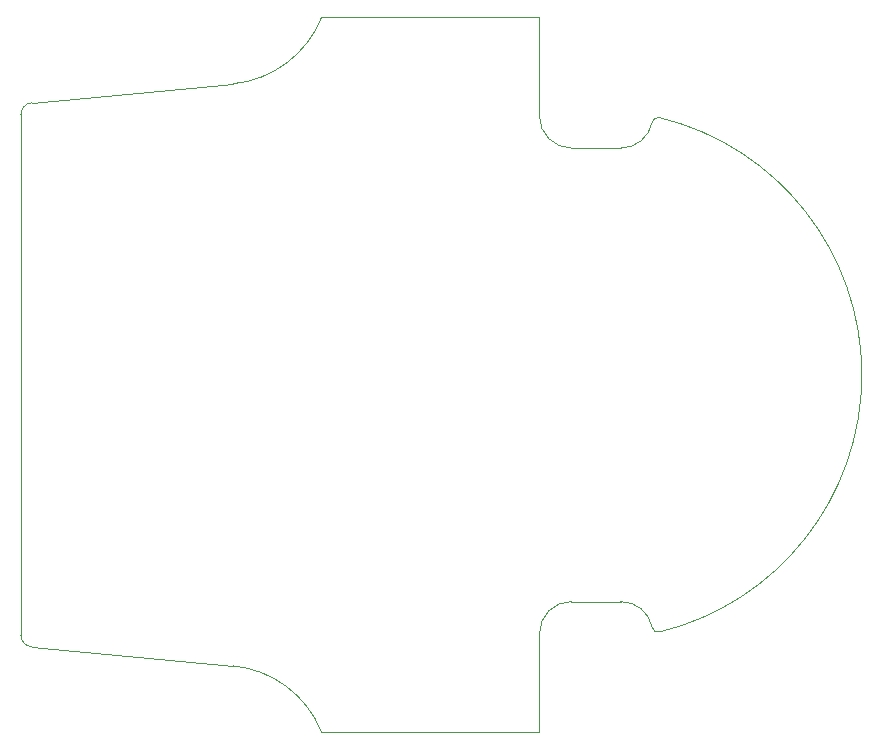
<source format=gbr>
%FSLAX36Y36*%
%MOMM*%
%LNBOARD_OUTLINE*%
%ADD10C,0.01*%
G54D10*
X-3093729Y7214330D02*
X13943559Y5610380D01*
G75*
G01X13943559Y5610380D02*
G02X21453290Y0I-843558J-8960374D01*
G01*
X21453290Y0D02*
X39900001Y0D01*
X39900001Y0D02*
X39900001Y8350000D01*
G75*
G01X39900001Y8350000D02*
G02X42599998Y11050000I2700001J-1D01*
G01*
X42599998Y11050000D02*
X46799999Y11050000D01*
G75*
G01X46799999Y11050000D02*
G02X49450168Y8866339I-2J-2700004D01*
G01*
G75*
G01X49450168Y8866339D02*
G03X50058311Y8475930I490769J95616D01*
G01*
G75*
G01X50058311Y8475930D02*
G03X50058311Y52024070I-5258321J21774070D01*
G01*
G75*
G01X50058311Y52024070D02*
G03X49450168Y51633659I-117370J-486028D01*
G01*
G75*
G01X49450168Y51633659D02*
G02X46799999Y49450000I-2650166J516339D01*
G01*
X46799999Y49450000D02*
X42599998Y49450000D01*
G75*
G01X42599998Y49450000D02*
G02X39900001Y52150001I0J2699996D01*
G01*
X39900001Y52150001D02*
X39900001Y60500000D01*
X39900001Y60500000D02*
X21453290Y60500000D01*
G75*
G01X21453290Y60500000D02*
G02X13943559Y54889621I-8353288J3349996D01*
G01*
X13943559Y54889621D02*
X-3093729Y53285671D01*
G75*
G01X-3093729Y53285671D02*
G03X-4000000Y52290069I93734J-995601D01*
G01*
X-4000000Y52290069D02*
X-4000000Y8209930D01*
G75*
G01X-4000000Y8209930D02*
G03X-3093729Y7214330I1000003J0D01*
G01*
M02*

</source>
